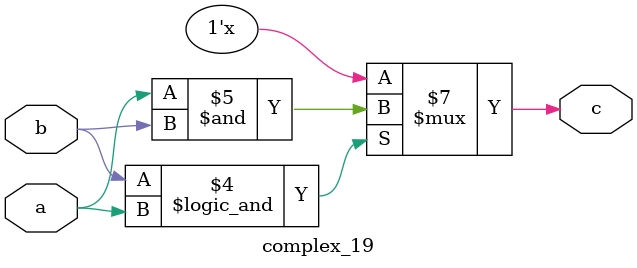
<source format=v>
module complex_19(c,b,a);
    output c;
    input b,a;
    reg c;
    always @(a) 
        begin
            if((b==1)&&(a==1)) 
                c=a&b;
        end
endmodule
</source>
